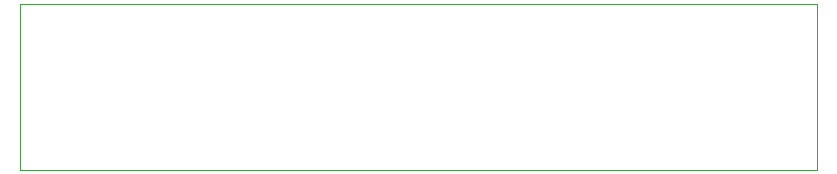
<source format=gko>
G04 (created by PCBNEW (2013-07-07 BZR 4022)-stable) date 3/21/2015 2:07:51 PM*
%MOIN*%
G04 Gerber Fmt 3.4, Leading zero omitted, Abs format*
%FSLAX34Y34*%
G01*
G70*
G90*
G04 APERTURE LIST*
%ADD10C,0.00590551*%
%ADD11C,0.000393701*%
G04 APERTURE END LIST*
G54D10*
G54D11*
X69712Y-60255D02*
X96287Y-60255D01*
X96287Y-60255D02*
X96287Y-54744D01*
X96287Y-54744D02*
X69712Y-54744D01*
X69712Y-54744D02*
X69712Y-60255D01*
M02*

</source>
